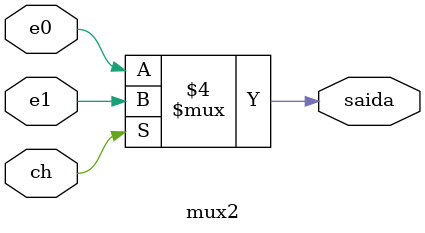
<source format=v>
module mux2
(e0,e1,ch,saida);

input e0, e1, ch;
output reg saida;

always @(*)
begin
	if(ch == 1'b0)
		begin
		saida = e0;
		end
	else
		begin
		saida = e1;
		end
end
endmodule
</source>
